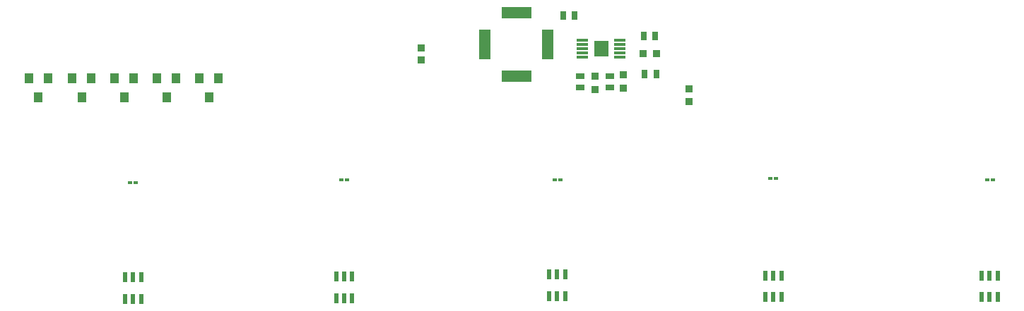
<source format=gbr>
G04 Layer_Color=8421504*
%FSLAX45Y45*%
%MOMM*%
%TF.FileFunction,Paste,Top*%
%TF.Part,Single*%
G01*
G75*
%TA.AperFunction,SMDPad,CuDef*%
%ADD10R,0.78000X0.98000*%
%ADD11R,0.98000X0.78000*%
%ADD12R,1.40000X3.60000*%
%ADD13R,3.60000X1.40000*%
%ADD14R,0.95000X0.90000*%
%ADD15R,1.02000X1.27000*%
%ADD16R,0.60000X1.15000*%
%ADD17R,0.94000X0.97000*%
%ADD18R,1.68000X1.88000*%
%ADD19R,1.42500X0.30000*%
%ADD20R,0.90000X0.95000*%
%ADD21R,0.47000X0.44000*%
D10*
X10503200Y7442200D02*
D03*
X10363200D02*
D03*
X11468400Y7200900D02*
D03*
X11328400D02*
D03*
X11481100Y6743700D02*
D03*
X11341100D02*
D03*
D11*
X10922000Y6718600D02*
D03*
Y6578600D02*
D03*
X10566400Y6718600D02*
D03*
Y6578600D02*
D03*
D12*
X9424400Y7099300D02*
D03*
X10184400D02*
D03*
D13*
X9804400Y7479300D02*
D03*
Y6719300D02*
D03*
D14*
X10744200Y6718300D02*
D03*
Y6558300D02*
D03*
X11087100Y6731000D02*
D03*
Y6571000D02*
D03*
D15*
X6121400Y6464300D02*
D03*
X6006900Y6693300D02*
D03*
X6235900D02*
D03*
X5613400Y6464100D02*
D03*
X5498900Y6693100D02*
D03*
X5727900D02*
D03*
X5105400Y6464300D02*
D03*
X4990900Y6693300D02*
D03*
X5219900D02*
D03*
X4597400Y6464300D02*
D03*
X4482900Y6693300D02*
D03*
X4711900D02*
D03*
X4076700Y6464100D02*
D03*
X3962200Y6693100D02*
D03*
X4191200D02*
D03*
D16*
X5308600Y4045300D02*
D03*
X5213600D02*
D03*
X5118600D02*
D03*
Y4305300D02*
D03*
X5213600D02*
D03*
X5308600D02*
D03*
X7835400Y4051300D02*
D03*
X7740400D02*
D03*
X7645400D02*
D03*
Y4311300D02*
D03*
X7740400D02*
D03*
X7835400D02*
D03*
X10388600Y4076700D02*
D03*
X10293600D02*
D03*
X10198600D02*
D03*
Y4336700D02*
D03*
X10293600D02*
D03*
X10388600D02*
D03*
X12979401Y4064000D02*
D03*
X12884399D02*
D03*
X12789400D02*
D03*
Y4324000D02*
D03*
X12884399D02*
D03*
X12979401D02*
D03*
X15570200Y4064000D02*
D03*
X15475200D02*
D03*
X15380200D02*
D03*
Y4324000D02*
D03*
X15475200D02*
D03*
X15570200D02*
D03*
D17*
X8661400Y7058800D02*
D03*
Y6908800D02*
D03*
X11874500Y6563500D02*
D03*
Y6413500D02*
D03*
D18*
X10820400Y7048500D02*
D03*
D19*
X11041600Y7148500D02*
D03*
Y7098500D02*
D03*
Y7048500D02*
D03*
Y6998500D02*
D03*
Y6948500D02*
D03*
X10599200D02*
D03*
Y6998500D02*
D03*
Y7048500D02*
D03*
Y7098500D02*
D03*
Y7148500D02*
D03*
D20*
X11480800Y6985000D02*
D03*
X11320800D02*
D03*
D21*
X5245100Y5435600D02*
D03*
X5178100D02*
D03*
X15514799Y5473700D02*
D03*
X15447800D02*
D03*
X7772400D02*
D03*
X7705400D02*
D03*
X10333200D02*
D03*
X10266200D02*
D03*
X12915900Y5486400D02*
D03*
X12848900D02*
D03*
%TF.MD5,e3256e940519b97f0d1056aa476b5840*%
M02*

</source>
